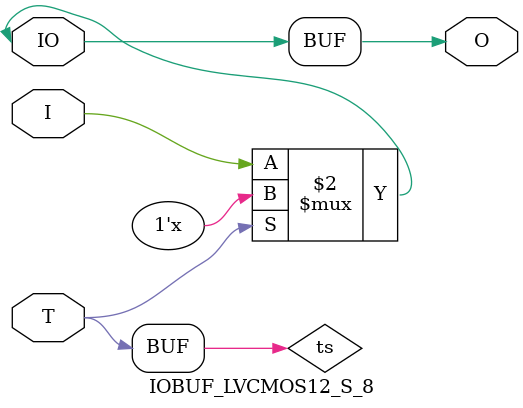
<source format=v>

/*

FUNCTION	: INPUT TRI-STATE OUTPUT BUFFER

*/

`celldefine
`timescale  100 ps / 10 ps

module IOBUF_LVCMOS12_S_8 (O, IO, I, T);

    output O;

    inout  IO;

    input  I, T;

    or O1 (ts, 1'b0, T);
    bufif0 T1 (IO, I, ts);

    buf B1 (O, IO);

endmodule

</source>
